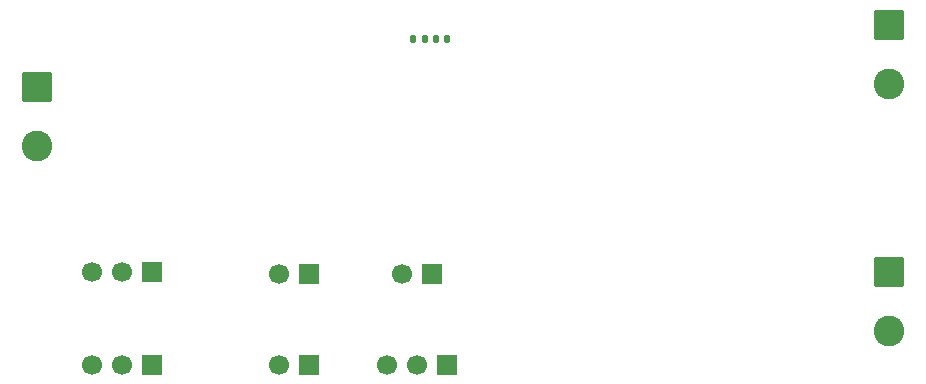
<source format=gbr>
%TF.GenerationSoftware,KiCad,Pcbnew,9.0.4*%
%TF.CreationDate,2025-11-02T21:55:33-03:00*%
%TF.ProjectId,PowerPCB,506f7765-7250-4434-922e-6b696361645f,rev?*%
%TF.SameCoordinates,Original*%
%TF.FileFunction,Soldermask,Bot*%
%TF.FilePolarity,Negative*%
%FSLAX46Y46*%
G04 Gerber Fmt 4.6, Leading zero omitted, Abs format (unit mm)*
G04 Created by KiCad (PCBNEW 9.0.4) date 2025-11-02 21:55:33*
%MOMM*%
%LPD*%
G01*
G04 APERTURE LIST*
G04 Aperture macros list*
%AMRoundRect*
0 Rectangle with rounded corners*
0 $1 Rounding radius*
0 $2 $3 $4 $5 $6 $7 $8 $9 X,Y pos of 4 corners*
0 Add a 4 corners polygon primitive as box body*
4,1,4,$2,$3,$4,$5,$6,$7,$8,$9,$2,$3,0*
0 Add four circle primitives for the rounded corners*
1,1,$1+$1,$2,$3*
1,1,$1+$1,$4,$5*
1,1,$1+$1,$6,$7*
1,1,$1+$1,$8,$9*
0 Add four rect primitives between the rounded corners*
20,1,$1+$1,$2,$3,$4,$5,0*
20,1,$1+$1,$4,$5,$6,$7,0*
20,1,$1+$1,$6,$7,$8,$9,0*
20,1,$1+$1,$8,$9,$2,$3,0*%
G04 Aperture macros list end*
%ADD10RoundRect,0.250000X-1.050000X1.050000X-1.050000X-1.050000X1.050000X-1.050000X1.050000X1.050000X0*%
%ADD11C,2.600000*%
%ADD12R,1.700000X1.700000*%
%ADD13C,1.700000*%
%ADD14RoundRect,0.140000X-0.140000X-0.170000X0.140000X-0.170000X0.140000X0.170000X-0.140000X0.170000X0*%
%ADD15RoundRect,0.140000X0.140000X0.170000X-0.140000X0.170000X-0.140000X-0.170000X0.140000X-0.170000X0*%
G04 APERTURE END LIST*
D10*
%TO.C,J5*%
X184377500Y-92500000D03*
D11*
X184377500Y-97500000D03*
%TD*%
D12*
%TO.C,J8*%
X145700000Y-113600000D03*
D13*
X143160000Y-113600000D03*
%TD*%
D10*
%TO.C,J1*%
X112300000Y-97800000D03*
D11*
X112300000Y-102800000D03*
%TD*%
D12*
%TO.C,J2*%
X135300000Y-113600000D03*
D13*
X132760000Y-113600000D03*
%TD*%
D10*
%TO.C,J4*%
X184377500Y-113400000D03*
D11*
X184377500Y-118400000D03*
%TD*%
D12*
%TO.C,J7*%
X146965000Y-121300000D03*
D13*
X144425000Y-121300000D03*
X141885000Y-121300000D03*
%TD*%
D12*
%TO.C,J9*%
X122040000Y-121300000D03*
D13*
X119500000Y-121300000D03*
X116960000Y-121300000D03*
%TD*%
D12*
%TO.C,J10*%
X135300000Y-121300000D03*
D13*
X132760000Y-121300000D03*
%TD*%
D12*
%TO.C,J3*%
X122040000Y-113400000D03*
D13*
X119500000Y-113400000D03*
X116960000Y-113400000D03*
%TD*%
D14*
%TO.C,C21*%
X144120000Y-93700000D03*
X145080000Y-93700000D03*
%TD*%
D15*
%TO.C,C14*%
X146980000Y-93700000D03*
X146020000Y-93700000D03*
%TD*%
M02*

</source>
